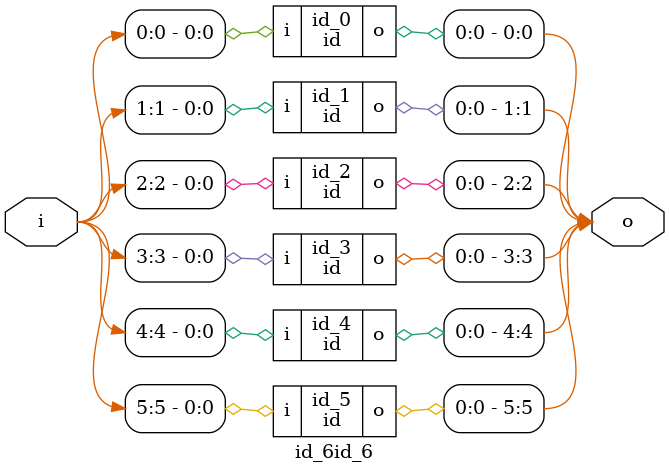
<source format=v>

module binary_0_6 (output wire [0:5] out);
assign out =6'b 0;
endmodule

module binary_100011_6 (output wire [0:5] out);
assign out =6'b 100011;
endmodule

module binary_101011_6 (output wire [0:5] out);
assign out =6'b 101011;
endmodule

module binary_100_6 (output wire [0:5] out);
assign out =6'b 100;
endmodule

module binary_1000_6 (output wire [0:5] out);
assign out =6'b 1000;
endmodule

module gate_xnor2inv (input wire  i0, i1, output wire  o);
  assign o = i0 ^ i1;
endmodule

module gate_invert (input wire  i, output wire  o);
  assign o = !i;
endmodule

module gate_and2 (input wire  i0, i1, output wire  o);
  assign o = i0 & i1;
endmodule

module gate_or2 (input wire  i0, i1, output wire  o);
  assign o = i0 | i1;
endmodule

module id (input wire  i, output wire  o);
 assign o = i;
endmodule

module df (input wire  clk, in, output wire  out);
reg df_out;
initial df_out=0;
always@(posedge clk) df_out <= in;
assign out = df_out;
endmodule

module instruction_memory_32_32 (input wire  clk, reset, wen, input wire [0:31] din, r_addr, w_addr, output wire [0:31] r_out);
 wire [0:31] wa, ra; reg [0:31] _wa, _ra; wire [0:31] wi;
 reg [0:31] ram [0:31];
 integer i;
 initial begin
   for(i = 0;i < 32;i=i+1) ram[i] = 0;
   ram[32'h0]=32'h0;
 end
 always @(posedge clk) begin if (wen) ram[wa] <= wi; _wa<=wa; end
 assign wa = w_addr[0:31];
 assign ra = r_addr[0:31];
 assign wi = din[0:31];
 assign r_out[0:31] = ram [r_addr];
endmodule

module register_file_32_32 (input wire  clk, reset, wen, input wire [0:31] din, input wire [0:4] w_addr, r_addr1, r_addr2, output wire [0:31] r_out1, r_out2);
 wire [0:4] wa, ra1, ra2; reg [0:4] _wa, _ra1, _ra2; wire [0:31] wi;
 reg [0:31] ram [0:31];
 integer i;
 initial begin
   for(i = 0;i < 32;i=i+1) ram[i] = 0;
   ram[5'h0]=32'h0;
 end
 always @(posedge clk) begin if (wen) ram[wa] <= wi; _wa<=wa; end
 assign wa = w_addr[0:4];
 assign ra1 = r_addr1[0:4];
 assign ra2 = r_addr2[0:4];
 assign wi = din[0:31];
 assign r_out1[0:31] = ram [r_addr1];
 assign r_out2[0:31] = ram[r_addr2];
endmodule

module zero (output wire  o);
 assign o = 1'b0;
endmodule

module fa (input wire  i0, i1, cin, output wire  sum, cout);
  assign sum=i0^i1^cin; assign cout=(i0 & i1)|(i1 & cin)|(cin & i0);
endmodule

module mux_32_2 (input wire [0:31] i0, i1, input wire  sel, output wire [0:31] o);
assign o = sel == 0? i0:i1;
endmodule

module data_memory_32_32 (input wire  clk, reset, wen, input wire [0:31] din, addr, output wire [0:31] r_out);
 wire [0:31] wa, ra; reg [0:31] _wa, _ra; wire [0:31] wi;
 reg [0:31] ram [0:31];
 integer i;
 initial begin
   for(i = 0;i < 32;i=i+1) ram[i] = 0;
   ram[32'h0]=32'h0;
 end
 always @(posedge clk) begin if (wen) ram[wa] <= wi; _wa<=wa; end
 assign wa = addr[0:31];
 assign ra = addr[0:31];
 assign wi = din[0:31];
 assign r_out[0:31] = ram [addr];
endmodule

module d_b_1_32 (output wire [0:31] out);
assign out =32'd 1;
endmodule

module mux_5_2 (input wire [0:4] i0, i1, input wire  sel, output wire [0:4] o);
assign o = sel == 0? i0:i1;
endmodule

module MIPS_Single_Cycle_Processor (input wire  clk, reset, input wire [0:31] instruction, instruct_addr, input wire  wr_inst);
  wire  alu_src, branch, mem_to_reg, mem_write, reg_dest, reg_write;
  wire [0:2] alu_control;
  wire [0:5] funct, op_code;
  control_logic_single_cycle control_logic_single_cycle_0(op_code, funct, mem_to_reg, mem_write, branch, alu_src, reg_dest, reg_write, alu_control);
  data_path_single_cycle data_path_single_cycle_1(clk, reset, instruction, instruct_addr, wr_inst, mem_to_reg, mem_write, branch, alu_src, reg_dest, reg_write, alu_control, funct, op_code);
endmodule

module control_logic_single_cycle (input wire [0:5] op_code, funct, output wire  mem_to_reg, mem_write, branch, alu_src, reg_dest, reg_write, output wire [0:2] alu_control);
  wire [0:1] alu_op;
  main_decoder_single_cycle main_decoder_single_cycle_0(op_code, mem_to_reg, mem_write, branch, alu_src, reg_dest, reg_write, alu_op);
  alu_decoder_single_cycle alu_decoder_single_cycle_1(funct, alu_op, alu_control);
endmodule

module main_decoder_single_cycle (input wire [0:5] op_code, output wire  mem_to_reg, mem_write, branch, alu_src, reg_dest, reg_write, output wire [0:1] alu_op);
  wire  is_equal_addi, is_equal_beq, is_equal_lw, is_equal_r_type, is_equal_sw;
  wire [0:5] addi, beq, lw, r_type, sw;
  binary_0_6 binary_0_6_0(r_type);
  binary_100011_6 binary_100011_6_1(lw);
  binary_101011_6 binary_101011_6_2(sw);
  binary_100_6 binary_100_6_3(beq);
  binary_1000_6 binary_1000_6_4(addi);
  comparator_6 comparator_6_5(op_code, r_type, is_equal_r_type);
  comparator_6 comparator_6_6(op_code, lw, is_equal_lw);
  comparator_6 comparator_6_7(op_code, sw, is_equal_sw);
  comparator_6 comparator_6_8(op_code, beq, is_equal_beq);
  comparator_6 comparator_6_9(op_code, addi, is_equal_addi);
  gate_or_3 gate_or_3_10(is_equal_r_type, is_equal_lw, is_equal_addi, reg_write);
  id id_11(is_equal_r_type, reg_dest);
  gate_or_3 gate_or_3_12(is_equal_lw, is_equal_sw, is_equal_addi, alu_src);
  id id_13(is_equal_beq, branch);
  id id_14(is_equal_sw, mem_write);
  id id_15(is_equal_lw, mem_to_reg);
  id id_16(is_equal_r_type, alu_op[0]);
  id id_17(is_equal_beq, alu_op[1]);
endmodule

module comparator_6 (input wire [0:5] i0, i1, output wire  op);
  wire  o;
  gate_xnor2 gate_xnor2_0(i0[0], i1[0], o);
  comparator_unit_5 comparator_unit_5_1(o, i0[1:5], i1[1:5], op);
endmodule

module gate_xnor2 (input wire  i0, i1, output wire  o);
  wire  _t;
  gate_xnor2inv gate_xnor2inv_0(i0, i1, _t);
  gate_invert gate_invert_1(_t, o);
endmodule

module comparator_unit_5 (input wire  i, input wire [0:4] i0, i1, output wire  o);
  wire [0:3] _i, _o;
  comparator_unit comparator_unit_0(i, i0[0], i1[0], _o[0]);
  id_1 id_1_1(_o[0], _i[0]);
  comparator_unit comparator_unit_2(_i[0], i0[1], i1[1], _o[1]);
  id_1 id_1_3(_o[1], _i[1]);
  comparator_unit comparator_unit_4(_i[1], i0[2], i1[2], _o[2]);
  id_1 id_1_5(_o[2], _i[2]);
  comparator_unit comparator_unit_6(_i[2], i0[3], i1[3], _o[3]);
  id_1 id_1_7(_o[3], _i[3]);
  comparator_unit comparator_unit_8(_i[3], i0[4], i1[4], o);
endmodule

module comparator_unit (input wire  i, i0, i1, output wire  o);
  wire  _o;
  gate_xnor2 gate_xnor2_0(i0, i1, _o);
  gate_and2 gate_and2_1(_o, i, o);
endmodule

module id_1 (input wire  i, output wire  o);
  id id_0(i, o);
endmodule

module gate_or_3 (input wire  a, b, c, output wire  out);
  wire  t1;
  gate_or2 gate_or2_0(a, b, t1);
  gate_or2 gate_or2_1(t1, c, out);
endmodule

module alu_decoder_single_cycle (input wire [0:5] funct, input wire [0:1] alu_op, output wire [0:2] alu_control);
  wire  _a1, _a2, _f1, _f2, _f3, _f4, _f5, _f6, a1, a2, f1, f2, f3, f4, f5, f6, t1, t2, t3, t4, t5, t6, t7, t8, t9;
  id id_0(alu_op[0], a1);
  id id_1(alu_op[1], a2);
  id id_2(funct[0], f1);
  id id_3(funct[1], f2);
  id id_4(funct[2], f3);
  id id_5(funct[3], f4);
  id id_6(funct[4], f5);
  id id_7(funct[5], f6);
  gate_invert gate_invert_8(a1, _a1);
  gate_invert gate_invert_9(a2, _a2);
  gate_invert gate_invert_10(f1, _f1);
  gate_invert gate_invert_11(f2, _f2);
  gate_invert gate_invert_12(f3, _f3);
  gate_invert gate_invert_13(f4, _f4);
  gate_invert gate_invert_14(f5, _f5);
  gate_invert gate_invert_15(f6, _f6);
  gate_and_6 gate_and_6_16(a1, f1, _f2, _f4, f5, _f6, t1);
  gate_or2 gate_or2_17(t1, a2, alu_control[0]);
  gate_and2 gate_and2_18(f3, f5, t2);
  gate_or2 gate_or2_19(_f3, t2, t3);
  gate_and_6 gate_and_6_20(_f2, f3, _f4, f5, _f6, t3, t4);
  gate_and2 gate_and2_21(_a1, _a2, t5);
  gate_or2 gate_or2_22(t5, a2, t6);
  gate_or2 gate_or2_23(t4, t6, alu_control[1]);
  gate_and_4 gate_and_4_24(_f3, f4, _f5, f6, t7);
  gate_and_4 gate_and_4_25(f3, _f4, f5, _f6, t8);
  gate_or2 gate_or2_26(t7, t8, t9);
  gate_and_4 gate_and_4_27(a1, f1, _f2, t9, alu_control[2]);
endmodule

module gate_and_6 (input wire  a, b, c, d, e, f, output wire  out);
  wire  t1, t2, t3, t4;
  gate_and2 gate_and2_0(a, b, t1);
  gate_and2 gate_and2_1(c, d, t2);
  gate_and2 gate_and2_2(e, f, t3);
  gate_and2 gate_and2_3(t1, t2, t4);
  gate_and2 gate_and2_4(t4, t3, out);
endmodule

module gate_and_4 (input wire  a, b, c, d, output wire  out);
  wire  t1, t2;
  gate_and2 gate_and2_0(a, b, t1);
  gate_and2 gate_and2_1(c, d, t2);
  gate_and2 gate_and2_2(t1, t2, out);
endmodule

module data_path_single_cycle (input wire  clk, reset, input wire [0:31] instruction, instruct_addr, input wire  wr_inst, mem_to_reg, mem_write, branch, alu_src, reg_dest, reg_write, input wire [0:2] alu_control, output wire [0:5] funct, op_code);
  wire  pc_src, zero;
  wire [0:4] write_reg;
  wire [0:31] alu_result, instr, one, out_addr, pc_branch, pc_plus_1, pc_prime, rd2, read_data, result, sign_imm, srcA, srcB;
  program_counter_32 program_counter_32_0(clk, reset, pc_prime, out_addr);
  instruction_memory_32_32 instruction_memory_32_32_1(clk, reset, wr_inst, instruction, out_addr, instruct_addr, instr);
  register_file_32_32 register_file_32_32_2(clk, reset, reg_write, result, write_reg, instr[6:10], instr[11:15], srcA, rd2);
  alu_32 alu_32_3(srcA, srcB, alu_control, alu_result, zero);
  data_memory_32_32 data_memory_32_32_4(clk, reset, mem_write, rd2, alu_result, read_data);
  sign_extend_16_32 sign_extend_16_32_5(instr[16:31], sign_imm);
  adder_32 adder_32_6(sign_imm, pc_plus_1, pc_branch);
  d_b_1_32 d_b_1_32_7(one);
  adder_32 adder_32_8(out_addr, one, pc_plus_1);
  mux_32_2 mux_32_2_9(pc_plus_1, pc_branch, pc_src, pc_prime);
  mux_32_2 mux_32_2_10(rd2, sign_imm, alu_src, srcB);
  mux_32_2 mux_32_2_11(alu_result, read_data, mem_to_reg, result);
  mux_5_2 mux_5_2_12(instr[11:15], instr[16:20], reg_dest, write_reg);
  gate_and2 gate_and2_13(branch, zero, pc_src);
  id_6id_6 id_6id_6_14(instr[26:31], funct);
  id_6id_6 id_6id_6_15(instr[0:5], op_code);
endmodule

module program_counter_32 (input wire  clk, reset, input wire [0:31] in_addr, output wire [0:31] out_addr);
  dfr_32 dfr_32_0(clk, reset, in_addr, out_addr);
endmodule

module dfr_32 (input wire  clk, reset, input wire [0:31] in, output wire [0:31] out);
  dfr dfr_0(clk, reset, in[0], out[0]);
  dfr dfr_1(clk, reset, in[1], out[1]);
  dfr dfr_2(clk, reset, in[2], out[2]);
  dfr dfr_3(clk, reset, in[3], out[3]);
  dfr dfr_4(clk, reset, in[4], out[4]);
  dfr dfr_5(clk, reset, in[5], out[5]);
  dfr dfr_6(clk, reset, in[6], out[6]);
  dfr dfr_7(clk, reset, in[7], out[7]);
  dfr dfr_8(clk, reset, in[8], out[8]);
  dfr dfr_9(clk, reset, in[9], out[9]);
  dfr dfr_10(clk, reset, in[10], out[10]);
  dfr dfr_11(clk, reset, in[11], out[11]);
  dfr dfr_12(clk, reset, in[12], out[12]);
  dfr dfr_13(clk, reset, in[13], out[13]);
  dfr dfr_14(clk, reset, in[14], out[14]);
  dfr dfr_15(clk, reset, in[15], out[15]);
  dfr dfr_16(clk, reset, in[16], out[16]);
  dfr dfr_17(clk, reset, in[17], out[17]);
  dfr dfr_18(clk, reset, in[18], out[18]);
  dfr dfr_19(clk, reset, in[19], out[19]);
  dfr dfr_20(clk, reset, in[20], out[20]);
  dfr dfr_21(clk, reset, in[21], out[21]);
  dfr dfr_22(clk, reset, in[22], out[22]);
  dfr dfr_23(clk, reset, in[23], out[23]);
  dfr dfr_24(clk, reset, in[24], out[24]);
  dfr dfr_25(clk, reset, in[25], out[25]);
  dfr dfr_26(clk, reset, in[26], out[26]);
  dfr dfr_27(clk, reset, in[27], out[27]);
  dfr dfr_28(clk, reset, in[28], out[28]);
  dfr dfr_29(clk, reset, in[29], out[29]);
  dfr dfr_30(clk, reset, in[30], out[30]);
  dfr dfr_31(clk, reset, in[31], out[31]);
endmodule

module dfr (input wire  clk, reset, in, output wire  out);
  wire  df_in, reset_;
  gate_invert gate_invert_0(reset, reset_);
  gate_and2 gate_and2_1(in, reset_, df_in);
  df df_2(clk, df_in, out);
endmodule

module alu_32 (input wire [0:31] srcA, srcB, input wire [0:2] alu_control, output wire [0:31] alu_result, output wire  zero);
  wire [0:31] add_res, z;
  adder_32 adder_32_0(srcA, srcB, add_res);
  zero zero_1(z[0]);
  mux_32_8 mux_32_8_2(add_res, z, z, z, z, z, z, z, alu_control, alu_result);
  comparator_32 comparator_32_3(alu_result, z, zero);
endmodule

module adder_32 (input wire [0:31] i1, i2, output wire [0:31] out);
  wire  c0, cout;
  zero zero_0(c0);
  fa_32 fa_32_1(i1, i2, c0, out, cout);
endmodule

module fa_32 (input wire [0:31] i0, i1, input wire  cin, output wire [0:31] sum, output wire  cout);
  wire [0:30] _cin, _cout;
  fa fa_0(i0[0], i1[0], cin, sum[0], _cout[0]);
  id_1 id_1_1(_cout[0], _cin[0]);
  fa fa_2(i0[1], i1[1], _cin[0], sum[1], _cout[1]);
  id_1 id_1_3(_cout[1], _cin[1]);
  fa fa_4(i0[2], i1[2], _cin[1], sum[2], _cout[2]);
  id_1 id_1_5(_cout[2], _cin[2]);
  fa fa_6(i0[3], i1[3], _cin[2], sum[3], _cout[3]);
  id_1 id_1_7(_cout[3], _cin[3]);
  fa fa_8(i0[4], i1[4], _cin[3], sum[4], _cout[4]);
  id_1 id_1_9(_cout[4], _cin[4]);
  fa fa_10(i0[5], i1[5], _cin[4], sum[5], _cout[5]);
  id_1 id_1_11(_cout[5], _cin[5]);
  fa fa_12(i0[6], i1[6], _cin[5], sum[6], _cout[6]);
  id_1 id_1_13(_cout[6], _cin[6]);
  fa fa_14(i0[7], i1[7], _cin[6], sum[7], _cout[7]);
  id_1 id_1_15(_cout[7], _cin[7]);
  fa fa_16(i0[8], i1[8], _cin[7], sum[8], _cout[8]);
  id_1 id_1_17(_cout[8], _cin[8]);
  fa fa_18(i0[9], i1[9], _cin[8], sum[9], _cout[9]);
  id_1 id_1_19(_cout[9], _cin[9]);
  fa fa_20(i0[10], i1[10], _cin[9], sum[10], _cout[10]);
  id_1 id_1_21(_cout[10], _cin[10]);
  fa fa_22(i0[11], i1[11], _cin[10], sum[11], _cout[11]);
  id_1 id_1_23(_cout[11], _cin[11]);
  fa fa_24(i0[12], i1[12], _cin[11], sum[12], _cout[12]);
  id_1 id_1_25(_cout[12], _cin[12]);
  fa fa_26(i0[13], i1[13], _cin[12], sum[13], _cout[13]);
  id_1 id_1_27(_cout[13], _cin[13]);
  fa fa_28(i0[14], i1[14], _cin[13], sum[14], _cout[14]);
  id_1 id_1_29(_cout[14], _cin[14]);
  fa fa_30(i0[15], i1[15], _cin[14], sum[15], _cout[15]);
  id_1 id_1_31(_cout[15], _cin[15]);
  fa fa_32(i0[16], i1[16], _cin[15], sum[16], _cout[16]);
  id_1 id_1_33(_cout[16], _cin[16]);
  fa fa_34(i0[17], i1[17], _cin[16], sum[17], _cout[17]);
  id_1 id_1_35(_cout[17], _cin[17]);
  fa fa_36(i0[18], i1[18], _cin[17], sum[18], _cout[18]);
  id_1 id_1_37(_cout[18], _cin[18]);
  fa fa_38(i0[19], i1[19], _cin[18], sum[19], _cout[19]);
  id_1 id_1_39(_cout[19], _cin[19]);
  fa fa_40(i0[20], i1[20], _cin[19], sum[20], _cout[20]);
  id_1 id_1_41(_cout[20], _cin[20]);
  fa fa_42(i0[21], i1[21], _cin[20], sum[21], _cout[21]);
  id_1 id_1_43(_cout[21], _cin[21]);
  fa fa_44(i0[22], i1[22], _cin[21], sum[22], _cout[22]);
  id_1 id_1_45(_cout[22], _cin[22]);
  fa fa_46(i0[23], i1[23], _cin[22], sum[23], _cout[23]);
  id_1 id_1_47(_cout[23], _cin[23]);
  fa fa_48(i0[24], i1[24], _cin[23], sum[24], _cout[24]);
  id_1 id_1_49(_cout[24], _cin[24]);
  fa fa_50(i0[25], i1[25], _cin[24], sum[25], _cout[25]);
  id_1 id_1_51(_cout[25], _cin[25]);
  fa fa_52(i0[26], i1[26], _cin[25], sum[26], _cout[26]);
  id_1 id_1_53(_cout[26], _cin[26]);
  fa fa_54(i0[27], i1[27], _cin[26], sum[27], _cout[27]);
  id_1 id_1_55(_cout[27], _cin[27]);
  fa fa_56(i0[28], i1[28], _cin[27], sum[28], _cout[28]);
  id_1 id_1_57(_cout[28], _cin[28]);
  fa fa_58(i0[29], i1[29], _cin[28], sum[29], _cout[29]);
  id_1 id_1_59(_cout[29], _cin[29]);
  fa fa_60(i0[30], i1[30], _cin[29], sum[30], _cout[30]);
  id_1 id_1_61(_cout[30], _cin[30]);
  fa fa_62(i0[31], i1[31], _cin[30], sum[31], cout);
endmodule

module mux_32_8 (input wire [0:31] i0, i1, i2, i3, i4, i5, i6, i7, input wire [0:2] sel, output wire [0:31] out);
  wire [0:31] t1, t2, t3, t4, t5, t6;
  mux_32_2 mux_32_2_0(i0, i1, sel[0], t1);
  mux_32_2 mux_32_2_1(i2, i3, sel[0], t2);
  mux_32_2 mux_32_2_2(i4, i5, sel[0], t3);
  mux_32_2 mux_32_2_3(i6, i7, sel[0], t4);
  mux_32_2 mux_32_2_4(t1, t2, sel[1], t5);
  mux_32_2 mux_32_2_5(t3, t4, sel[1], t6);
  mux_32_2 mux_32_2_6(t5, t6, sel[2], out);
endmodule

module comparator_32 (input wire [0:31] i0, i1, output wire  op);
  wire  o;
  gate_xnor2 gate_xnor2_0(i0[0], i1[0], o);
  comparator_unit_31 comparator_unit_31_1(o, i0[1:31], i1[1:31], op);
endmodule

module comparator_unit_31 (input wire  i, input wire [0:30] i0, i1, output wire  o);
  wire [0:29] _i, _o;
  comparator_unit comparator_unit_0(i, i0[0], i1[0], _o[0]);
  id_1 id_1_1(_o[0], _i[0]);
  comparator_unit comparator_unit_2(_i[0], i0[1], i1[1], _o[1]);
  id_1 id_1_3(_o[1], _i[1]);
  comparator_unit comparator_unit_4(_i[1], i0[2], i1[2], _o[2]);
  id_1 id_1_5(_o[2], _i[2]);
  comparator_unit comparator_unit_6(_i[2], i0[3], i1[3], _o[3]);
  id_1 id_1_7(_o[3], _i[3]);
  comparator_unit comparator_unit_8(_i[3], i0[4], i1[4], _o[4]);
  id_1 id_1_9(_o[4], _i[4]);
  comparator_unit comparator_unit_10(_i[4], i0[5], i1[5], _o[5]);
  id_1 id_1_11(_o[5], _i[5]);
  comparator_unit comparator_unit_12(_i[5], i0[6], i1[6], _o[6]);
  id_1 id_1_13(_o[6], _i[6]);
  comparator_unit comparator_unit_14(_i[6], i0[7], i1[7], _o[7]);
  id_1 id_1_15(_o[7], _i[7]);
  comparator_unit comparator_unit_16(_i[7], i0[8], i1[8], _o[8]);
  id_1 id_1_17(_o[8], _i[8]);
  comparator_unit comparator_unit_18(_i[8], i0[9], i1[9], _o[9]);
  id_1 id_1_19(_o[9], _i[9]);
  comparator_unit comparator_unit_20(_i[9], i0[10], i1[10], _o[10]);
  id_1 id_1_21(_o[10], _i[10]);
  comparator_unit comparator_unit_22(_i[10], i0[11], i1[11], _o[11]);
  id_1 id_1_23(_o[11], _i[11]);
  comparator_unit comparator_unit_24(_i[11], i0[12], i1[12], _o[12]);
  id_1 id_1_25(_o[12], _i[12]);
  comparator_unit comparator_unit_26(_i[12], i0[13], i1[13], _o[13]);
  id_1 id_1_27(_o[13], _i[13]);
  comparator_unit comparator_unit_28(_i[13], i0[14], i1[14], _o[14]);
  id_1 id_1_29(_o[14], _i[14]);
  comparator_unit comparator_unit_30(_i[14], i0[15], i1[15], _o[15]);
  id_1 id_1_31(_o[15], _i[15]);
  comparator_unit comparator_unit_32(_i[15], i0[16], i1[16], _o[16]);
  id_1 id_1_33(_o[16], _i[16]);
  comparator_unit comparator_unit_34(_i[16], i0[17], i1[17], _o[17]);
  id_1 id_1_35(_o[17], _i[17]);
  comparator_unit comparator_unit_36(_i[17], i0[18], i1[18], _o[18]);
  id_1 id_1_37(_o[18], _i[18]);
  comparator_unit comparator_unit_38(_i[18], i0[19], i1[19], _o[19]);
  id_1 id_1_39(_o[19], _i[19]);
  comparator_unit comparator_unit_40(_i[19], i0[20], i1[20], _o[20]);
  id_1 id_1_41(_o[20], _i[20]);
  comparator_unit comparator_unit_42(_i[20], i0[21], i1[21], _o[21]);
  id_1 id_1_43(_o[21], _i[21]);
  comparator_unit comparator_unit_44(_i[21], i0[22], i1[22], _o[22]);
  id_1 id_1_45(_o[22], _i[22]);
  comparator_unit comparator_unit_46(_i[22], i0[23], i1[23], _o[23]);
  id_1 id_1_47(_o[23], _i[23]);
  comparator_unit comparator_unit_48(_i[23], i0[24], i1[24], _o[24]);
  id_1 id_1_49(_o[24], _i[24]);
  comparator_unit comparator_unit_50(_i[24], i0[25], i1[25], _o[25]);
  id_1 id_1_51(_o[25], _i[25]);
  comparator_unit comparator_unit_52(_i[25], i0[26], i1[26], _o[26]);
  id_1 id_1_53(_o[26], _i[26]);
  comparator_unit comparator_unit_54(_i[26], i0[27], i1[27], _o[27]);
  id_1 id_1_55(_o[27], _i[27]);
  comparator_unit comparator_unit_56(_i[27], i0[28], i1[28], _o[28]);
  id_1 id_1_57(_o[28], _i[28]);
  comparator_unit comparator_unit_58(_i[28], i0[29], i1[29], _o[29]);
  id_1 id_1_59(_o[29], _i[29]);
  comparator_unit comparator_unit_60(_i[29], i0[30], i1[30], o);
endmodule

module sign_extend_16_32 (input wire [0:15] i, output wire [0:31] o);
  wire  msb;
  id_16 id_16_0(i, o[16:31]);
  id id_1(i[15], msb);
  __16id_16 __16id_16_2(msb, o[0:15]);
endmodule

module id_16 (input wire [0:15] i, output wire [0:15] o);
  id id_0(i[0], o[0]);
  id id_1(i[1], o[1]);
  id id_2(i[2], o[2]);
  id id_3(i[3], o[3]);
  id id_4(i[4], o[4]);
  id id_5(i[5], o[5]);
  id id_6(i[6], o[6]);
  id id_7(i[7], o[7]);
  id id_8(i[8], o[8]);
  id id_9(i[9], o[9]);
  id id_10(i[10], o[10]);
  id id_11(i[11], o[11]);
  id id_12(i[12], o[12]);
  id id_13(i[13], o[13]);
  id id_14(i[14], o[14]);
  id id_15(i[15], o[15]);
endmodule

module __16id_16 (input wire  i, output wire [0:15] o);
  id id_0(i, o[0]);
  id id_1(i, o[1]);
  id id_2(i, o[2]);
  id id_3(i, o[3]);
  id id_4(i, o[4]);
  id id_5(i, o[5]);
  id id_6(i, o[6]);
  id id_7(i, o[7]);
  id id_8(i, o[8]);
  id id_9(i, o[9]);
  id id_10(i, o[10]);
  id id_11(i, o[11]);
  id id_12(i, o[12]);
  id id_13(i, o[13]);
  id id_14(i, o[14]);
  id id_15(i, o[15]);
endmodule

module id_6id_6 (input wire [0:5] i, output wire [0:5] o);
  id id_0(i[0], o[0]);
  id id_1(i[1], o[1]);
  id id_2(i[2], o[2]);
  id id_3(i[3], o[3]);
  id id_4(i[4], o[4]);
  id id_5(i[5], o[5]);
endmodule

</source>
